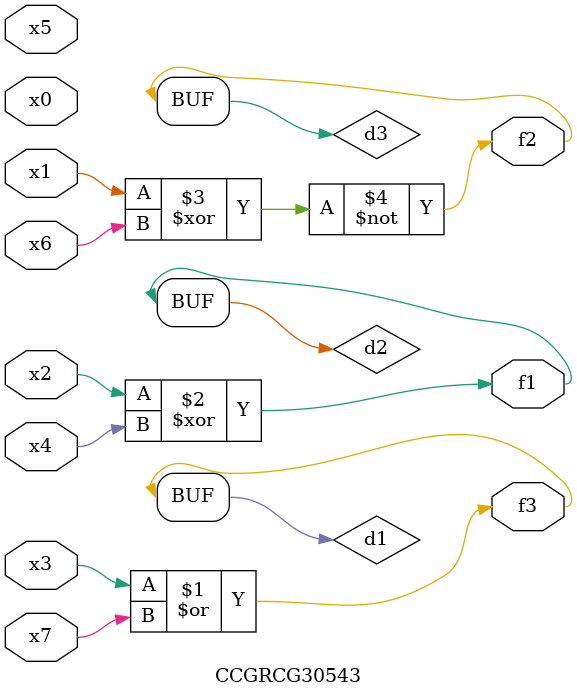
<source format=v>
module CCGRCG30543(
	input x0, x1, x2, x3, x4, x5, x6, x7,
	output f1, f2, f3
);

	wire d1, d2, d3;

	or (d1, x3, x7);
	xor (d2, x2, x4);
	xnor (d3, x1, x6);
	assign f1 = d2;
	assign f2 = d3;
	assign f3 = d1;
endmodule

</source>
